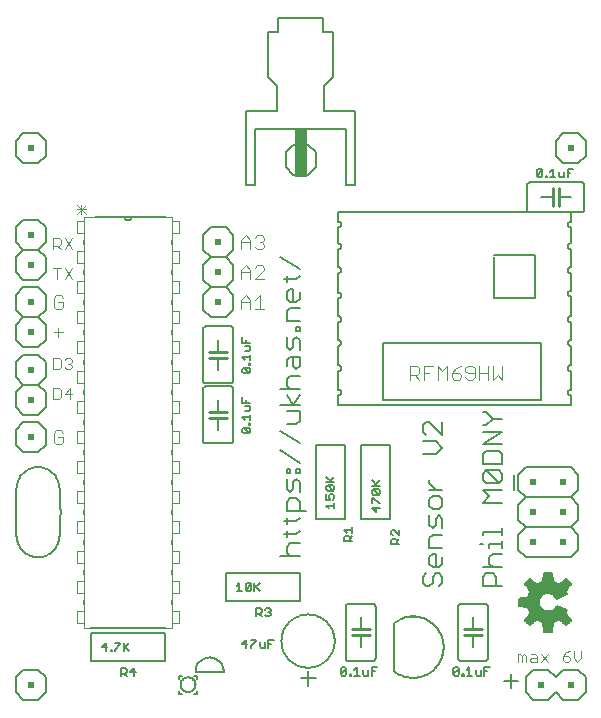
<source format=gto>
G75*
%MOIN*%
%OFA0B0*%
%FSLAX24Y24*%
%IPPOS*%
%LPD*%
%AMOC8*
5,1,8,0,0,1.08239X$1,22.5*
%
%ADD10C,0.0060*%
%ADD11C,0.0030*%
%ADD12C,0.0040*%
%ADD13C,0.0050*%
%ADD14C,0.0080*%
%ADD15R,0.0200X0.0200*%
%ADD16C,0.0000*%
%ADD17C,0.0100*%
%ADD18R,0.0394X0.1604*%
%ADD19C,0.0059*%
D10*
X003420Y003830D02*
X005940Y003830D01*
X006160Y004610D02*
X006160Y004750D01*
X006160Y005610D02*
X006160Y005750D01*
X006160Y006610D02*
X006160Y006750D01*
X006160Y007610D02*
X006160Y007750D01*
X006160Y008610D02*
X006160Y008750D01*
X006160Y009610D02*
X006160Y009750D01*
X006160Y010610D02*
X006160Y010750D01*
X006160Y011610D02*
X006160Y011750D01*
X006160Y012610D02*
X006160Y012750D01*
X006160Y013610D02*
X006160Y013750D01*
X006160Y014610D02*
X006160Y014750D01*
X006160Y015610D02*
X006160Y015750D01*
X006160Y016610D02*
X006160Y016750D01*
X005940Y017530D02*
X004800Y017530D01*
X004560Y017530D01*
X003590Y017530D01*
X003200Y016750D02*
X003200Y016610D01*
X003200Y015750D02*
X003200Y015610D01*
X003200Y014750D02*
X003200Y014610D01*
X003200Y013750D02*
X003200Y013610D01*
X003200Y012750D02*
X003200Y012610D01*
X003200Y011750D02*
X003200Y011610D01*
X003200Y010750D02*
X003200Y010610D01*
X003200Y009750D02*
X003200Y009610D01*
X003200Y008750D02*
X003200Y008610D01*
X003200Y007750D02*
X003200Y007610D01*
X003200Y006750D02*
X003200Y006610D01*
X003200Y005750D02*
X003200Y005610D01*
X003200Y004750D02*
X003200Y004610D01*
X006380Y002230D02*
X006380Y002130D01*
X006380Y002230D02*
X006480Y002230D01*
X006430Y001930D02*
X006432Y001961D01*
X006438Y001992D01*
X006448Y002022D01*
X006461Y002050D01*
X006478Y002077D01*
X006498Y002101D01*
X006521Y002123D01*
X006546Y002141D01*
X006574Y002156D01*
X006603Y002168D01*
X006633Y002176D01*
X006664Y002180D01*
X006696Y002180D01*
X006727Y002176D01*
X006757Y002168D01*
X006786Y002156D01*
X006814Y002141D01*
X006839Y002123D01*
X006862Y002101D01*
X006882Y002077D01*
X006899Y002050D01*
X006912Y002022D01*
X006922Y001992D01*
X006928Y001961D01*
X006930Y001930D01*
X006928Y001899D01*
X006922Y001868D01*
X006912Y001838D01*
X006899Y001810D01*
X006882Y001783D01*
X006862Y001759D01*
X006839Y001737D01*
X006814Y001719D01*
X006786Y001704D01*
X006757Y001692D01*
X006727Y001684D01*
X006696Y001680D01*
X006664Y001680D01*
X006633Y001684D01*
X006603Y001692D01*
X006574Y001704D01*
X006546Y001719D01*
X006521Y001737D01*
X006498Y001759D01*
X006478Y001783D01*
X006461Y001810D01*
X006448Y001838D01*
X006438Y001868D01*
X006432Y001899D01*
X006430Y001930D01*
X006380Y001730D02*
X006380Y001630D01*
X006480Y001630D01*
X006880Y001630D02*
X006980Y001630D01*
X006980Y001730D01*
X006980Y002130D02*
X006980Y002230D01*
X006880Y002230D01*
X010430Y002150D02*
X010930Y002150D01*
X010430Y002150D01*
X010680Y001900D02*
X010680Y002400D01*
X010680Y001900D01*
X011930Y002830D02*
X011930Y004530D01*
X011932Y004547D01*
X011936Y004564D01*
X011943Y004580D01*
X011953Y004594D01*
X011966Y004607D01*
X011980Y004617D01*
X011996Y004624D01*
X012013Y004628D01*
X012030Y004630D01*
X012830Y004630D01*
X012847Y004628D01*
X012864Y004624D01*
X012880Y004617D01*
X012894Y004607D01*
X012907Y004594D01*
X012917Y004580D01*
X012924Y004564D01*
X012928Y004547D01*
X012930Y004530D01*
X012930Y002830D01*
X012928Y002813D01*
X012924Y002796D01*
X012917Y002780D01*
X012907Y002766D01*
X012894Y002753D01*
X012880Y002743D01*
X012864Y002736D01*
X012847Y002732D01*
X012830Y002730D01*
X012030Y002730D01*
X012013Y002732D01*
X011996Y002736D01*
X011980Y002743D01*
X011966Y002753D01*
X011953Y002766D01*
X011943Y002780D01*
X011936Y002796D01*
X011932Y002813D01*
X011930Y002830D01*
X012430Y003180D02*
X012430Y003530D01*
X012430Y003580D01*
X012430Y003780D02*
X012430Y003830D01*
X012430Y004180D01*
X013560Y003990D02*
X013560Y002370D01*
X013560Y003090D02*
X013560Y003250D01*
X013740Y004110D02*
X013798Y004136D01*
X013857Y004157D01*
X013918Y004175D01*
X013979Y004189D01*
X014042Y004199D01*
X014104Y004205D01*
X014168Y004208D01*
X014231Y004207D01*
X014294Y004201D01*
X014356Y004192D01*
X014418Y004179D01*
X014479Y004162D01*
X014539Y004142D01*
X014597Y004118D01*
X014654Y004090D01*
X014709Y004059D01*
X014761Y004024D01*
X014812Y003986D01*
X014860Y003946D01*
X014906Y003902D01*
X014949Y003856D01*
X014989Y003807D01*
X015026Y003755D01*
X015059Y003702D01*
X015090Y003647D01*
X015116Y003589D01*
X015140Y003531D01*
X015159Y003471D01*
X015175Y003409D01*
X015187Y003347D01*
X015195Y003285D01*
X015199Y003222D01*
X015200Y003159D01*
X015196Y003096D01*
X015189Y003033D01*
X015178Y002971D01*
X015162Y002909D01*
X015144Y002849D01*
X015121Y002790D01*
X015095Y002732D01*
X015065Y002677D01*
X015033Y002623D01*
X014996Y002571D01*
X014957Y002522D01*
X014915Y002475D01*
X014870Y002431D01*
X014822Y002389D01*
X014772Y002351D01*
X014719Y002316D01*
X014664Y002284D01*
X014608Y002256D01*
X014550Y002231D01*
X014491Y002210D01*
X014430Y002192D01*
X014368Y002178D01*
X014306Y002168D01*
X014243Y002162D01*
X014180Y002160D01*
X013560Y002370D02*
X013612Y002333D01*
X013665Y002300D01*
X013720Y002269D01*
X013778Y002243D01*
X013836Y002219D01*
X013896Y002200D01*
X013957Y002184D01*
X014019Y002172D01*
X014082Y002164D01*
X014145Y002160D01*
X014208Y002159D01*
X014271Y002163D01*
X014334Y002170D01*
X014396Y002182D01*
X014457Y002197D01*
X014517Y002216D01*
X014576Y002238D01*
X014634Y002264D01*
X014689Y002294D01*
X014743Y002327D01*
X014795Y002363D01*
X014844Y002403D01*
X014891Y002445D01*
X014935Y002490D01*
X014976Y002538D01*
X015014Y002588D01*
X015049Y002641D01*
X015081Y002695D01*
X015109Y002752D01*
X015134Y002810D01*
X015155Y002869D01*
X015172Y002930D01*
X015185Y002992D01*
X015195Y003054D01*
X015201Y003117D01*
X015203Y003180D01*
X015201Y003243D01*
X015195Y003306D01*
X015185Y003368D01*
X015172Y003430D01*
X015155Y003491D01*
X015134Y003550D01*
X015109Y003608D01*
X015081Y003665D01*
X015049Y003719D01*
X015014Y003772D01*
X014976Y003822D01*
X014935Y003870D01*
X014891Y003915D01*
X014844Y003957D01*
X014795Y003997D01*
X014743Y004033D01*
X014689Y004066D01*
X014634Y004096D01*
X014576Y004122D01*
X014517Y004144D01*
X014457Y004163D01*
X014396Y004178D01*
X014334Y004190D01*
X014271Y004197D01*
X014208Y004201D01*
X014145Y004200D01*
X014082Y004196D01*
X014019Y004188D01*
X013957Y004176D01*
X013896Y004160D01*
X013836Y004141D01*
X013778Y004117D01*
X013720Y004091D01*
X013665Y004060D01*
X013612Y004027D01*
X013560Y003990D01*
X013730Y002260D02*
X013784Y002237D01*
X013838Y002217D01*
X013894Y002200D01*
X013950Y002185D01*
X014007Y002174D01*
X014065Y002166D01*
X014122Y002162D01*
X014180Y002160D01*
X015680Y002830D02*
X015680Y004530D01*
X015682Y004547D01*
X015686Y004564D01*
X015693Y004580D01*
X015703Y004594D01*
X015716Y004607D01*
X015730Y004617D01*
X015746Y004624D01*
X015763Y004628D01*
X015780Y004630D01*
X016580Y004630D01*
X016597Y004628D01*
X016614Y004624D01*
X016630Y004617D01*
X016644Y004607D01*
X016657Y004594D01*
X016667Y004580D01*
X016674Y004564D01*
X016678Y004547D01*
X016680Y004530D01*
X016680Y002830D01*
X016678Y002813D01*
X016674Y002796D01*
X016667Y002780D01*
X016657Y002766D01*
X016644Y002753D01*
X016630Y002743D01*
X016614Y002736D01*
X016597Y002732D01*
X016580Y002730D01*
X015780Y002730D01*
X015763Y002732D01*
X015746Y002736D01*
X015730Y002743D01*
X015716Y002753D01*
X015703Y002766D01*
X015693Y002780D01*
X015686Y002796D01*
X015682Y002813D01*
X015680Y002830D01*
X016180Y003180D02*
X016180Y003530D01*
X016180Y003580D01*
X016180Y003780D02*
X016180Y003830D01*
X016180Y004180D01*
X016509Y005210D02*
X016509Y005530D01*
X016616Y005637D01*
X016830Y005637D01*
X016936Y005530D01*
X016936Y005210D01*
X017150Y005210D02*
X016509Y005210D01*
X016509Y005855D02*
X017150Y005855D01*
X017150Y006282D02*
X016830Y006282D01*
X016723Y006175D01*
X016723Y005961D01*
X016830Y005855D01*
X016723Y006499D02*
X016723Y006606D01*
X017150Y006606D01*
X017150Y006499D02*
X017150Y006713D01*
X017150Y006929D02*
X017150Y007142D01*
X017150Y007036D02*
X016509Y007036D01*
X016509Y006929D01*
X016509Y006606D02*
X016403Y006606D01*
X016509Y008003D02*
X016723Y008217D01*
X016509Y008430D01*
X017150Y008430D01*
X017043Y008648D02*
X016616Y009075D01*
X017043Y009075D01*
X017150Y008968D01*
X017150Y008754D01*
X017043Y008648D01*
X016616Y008648D01*
X016509Y008754D01*
X016509Y008968D01*
X016616Y009075D01*
X016509Y009292D02*
X016509Y009612D01*
X016616Y009719D01*
X017043Y009719D01*
X017150Y009612D01*
X017150Y009292D01*
X016509Y009292D01*
X016509Y009937D02*
X017150Y010364D01*
X016509Y010364D01*
X016509Y010581D02*
X016616Y010581D01*
X016830Y010795D01*
X017150Y010795D01*
X016830Y010795D02*
X016616Y011008D01*
X016509Y011008D01*
X016509Y009937D02*
X017150Y009937D01*
X017150Y008003D02*
X016509Y008003D01*
X015150Y007895D02*
X015150Y008108D01*
X015043Y008215D01*
X014830Y008215D01*
X014723Y008108D01*
X014723Y007895D01*
X014830Y007788D01*
X015043Y007788D01*
X015150Y007895D01*
X015043Y007571D02*
X014936Y007464D01*
X014936Y007250D01*
X014830Y007144D01*
X014723Y007250D01*
X014723Y007571D01*
X015043Y007571D02*
X015150Y007464D01*
X015150Y007144D01*
X015150Y006926D02*
X014830Y006926D01*
X014723Y006819D01*
X014723Y006499D01*
X015150Y006499D01*
X014936Y006282D02*
X014936Y005855D01*
X014830Y005855D02*
X014723Y005961D01*
X014723Y006175D01*
X014830Y006282D01*
X014936Y006282D01*
X015150Y006175D02*
X015150Y005961D01*
X015043Y005855D01*
X014830Y005855D01*
X014936Y005637D02*
X015043Y005637D01*
X015150Y005530D01*
X015150Y005317D01*
X015043Y005210D01*
X014830Y005317D02*
X014830Y005530D01*
X014936Y005637D01*
X014616Y005637D02*
X014509Y005530D01*
X014509Y005317D01*
X014616Y005210D01*
X014723Y005210D01*
X014830Y005317D01*
X017444Y002294D02*
X017444Y001827D01*
X017677Y002060D02*
X017210Y002060D01*
X015150Y008433D02*
X014723Y008433D01*
X014723Y008646D02*
X014723Y008753D01*
X014723Y008646D02*
X014936Y008433D01*
X014936Y009614D02*
X014509Y009614D01*
X014509Y010041D02*
X014936Y010041D01*
X015150Y009828D01*
X014936Y009614D01*
X015150Y010259D02*
X014723Y010686D01*
X014616Y010686D01*
X014509Y010579D01*
X014509Y010366D01*
X014616Y010259D01*
X015150Y010259D02*
X015150Y010686D01*
X010614Y007714D02*
X009973Y007714D01*
X009973Y008034D01*
X010080Y008141D01*
X010293Y008141D01*
X010400Y008034D01*
X010400Y007714D01*
X010400Y007498D02*
X010293Y007391D01*
X009866Y007391D01*
X009973Y007284D02*
X009973Y007498D01*
X009973Y007068D02*
X009973Y006855D01*
X009866Y006961D02*
X010293Y006961D01*
X010400Y007068D01*
X010400Y006637D02*
X010080Y006637D01*
X009973Y006530D01*
X009973Y006317D01*
X010080Y006210D01*
X010400Y006210D02*
X009759Y006210D01*
X010080Y008358D02*
X009973Y008465D01*
X009973Y008786D01*
X009973Y009003D02*
X010080Y009003D01*
X010080Y009110D01*
X009973Y009110D01*
X009973Y009003D01*
X010293Y009003D02*
X010400Y009003D01*
X010400Y009110D01*
X010293Y009110D01*
X010293Y009003D01*
X010293Y008786D02*
X010186Y008679D01*
X010186Y008465D01*
X010080Y008358D01*
X010400Y008358D02*
X010400Y008679D01*
X010293Y008786D01*
X010400Y009325D02*
X009759Y009752D01*
X009759Y010397D02*
X010400Y009970D01*
X010293Y010614D02*
X009973Y010614D01*
X010293Y010614D02*
X010400Y010721D01*
X010400Y011041D01*
X009973Y011041D01*
X010186Y011259D02*
X009973Y011579D01*
X010080Y011796D02*
X009973Y011903D01*
X009973Y012116D01*
X010080Y012223D01*
X010400Y012223D01*
X010293Y012441D02*
X010186Y012547D01*
X010186Y012868D01*
X010080Y012868D02*
X010400Y012868D01*
X010400Y012547D01*
X010293Y012441D01*
X009973Y012761D02*
X010080Y012868D01*
X009973Y012761D02*
X009973Y012547D01*
X010080Y013085D02*
X009973Y013192D01*
X009973Y013512D01*
X010186Y013405D02*
X010186Y013192D01*
X010080Y013085D01*
X010400Y013085D02*
X010400Y013405D01*
X010293Y013512D01*
X010186Y013405D01*
X010293Y013730D02*
X010293Y013837D01*
X010400Y013837D01*
X010400Y013730D01*
X010293Y013730D01*
X010400Y014052D02*
X009973Y014052D01*
X009973Y014372D01*
X010080Y014479D01*
X010400Y014479D01*
X010293Y014697D02*
X010080Y014697D01*
X009973Y014803D01*
X009973Y015017D01*
X010080Y015124D01*
X010186Y015124D01*
X010186Y014697D01*
X010293Y014697D02*
X010400Y014803D01*
X010400Y015017D01*
X010293Y015448D02*
X009866Y015448D01*
X009973Y015341D02*
X009973Y015555D01*
X010293Y015448D02*
X010400Y015555D01*
X010400Y015771D02*
X009759Y016198D01*
X008080Y013880D02*
X007280Y013880D01*
X007263Y013878D01*
X007246Y013874D01*
X007230Y013867D01*
X007216Y013857D01*
X007203Y013844D01*
X007193Y013830D01*
X007186Y013814D01*
X007182Y013797D01*
X007180Y013780D01*
X007180Y012080D01*
X007182Y012063D01*
X007186Y012046D01*
X007193Y012030D01*
X007203Y012016D01*
X007216Y012003D01*
X007230Y011993D01*
X007246Y011986D01*
X007263Y011982D01*
X007280Y011980D01*
X008080Y011980D01*
X008097Y011982D01*
X008114Y011986D01*
X008130Y011993D01*
X008144Y012003D01*
X008157Y012016D01*
X008167Y012030D01*
X008174Y012046D01*
X008178Y012063D01*
X008180Y012080D01*
X008180Y013780D01*
X008178Y013797D01*
X008174Y013814D01*
X008167Y013830D01*
X008157Y013844D01*
X008144Y013857D01*
X008130Y013867D01*
X008114Y013874D01*
X008097Y013878D01*
X008080Y013880D01*
X007680Y013430D02*
X007680Y013080D01*
X007680Y013030D01*
X007680Y012830D02*
X007680Y012780D01*
X007680Y012430D01*
X007280Y011880D02*
X008080Y011880D01*
X008097Y011878D01*
X008114Y011874D01*
X008130Y011867D01*
X008144Y011857D01*
X008157Y011844D01*
X008167Y011830D01*
X008174Y011814D01*
X008178Y011797D01*
X008180Y011780D01*
X008180Y010080D01*
X008178Y010063D01*
X008174Y010046D01*
X008167Y010030D01*
X008157Y010016D01*
X008144Y010003D01*
X008130Y009993D01*
X008114Y009986D01*
X008097Y009982D01*
X008080Y009980D01*
X007280Y009980D01*
X007263Y009982D01*
X007246Y009986D01*
X007230Y009993D01*
X007216Y010003D01*
X007203Y010016D01*
X007193Y010030D01*
X007186Y010046D01*
X007182Y010063D01*
X007180Y010080D01*
X007180Y011780D01*
X007182Y011797D01*
X007186Y011814D01*
X007193Y011830D01*
X007203Y011844D01*
X007216Y011857D01*
X007230Y011867D01*
X007246Y011874D01*
X007263Y011878D01*
X007280Y011880D01*
X007680Y011430D02*
X007680Y011080D01*
X007680Y011030D01*
X007680Y010830D02*
X007680Y010780D01*
X007680Y010430D01*
X009759Y011259D02*
X010400Y011259D01*
X010186Y011259D02*
X010400Y011579D01*
X010400Y011796D02*
X009759Y011796D01*
X004800Y017530D02*
X004798Y017509D01*
X004793Y017489D01*
X004784Y017470D01*
X004772Y017453D01*
X004757Y017438D01*
X004740Y017426D01*
X004721Y017417D01*
X004701Y017412D01*
X004680Y017410D01*
X004659Y017412D01*
X004639Y017417D01*
X004620Y017426D01*
X004603Y017438D01*
X004588Y017453D01*
X004576Y017470D01*
X004567Y017489D01*
X004562Y017509D01*
X004560Y017530D01*
X010680Y004270D02*
X010622Y004268D01*
X010564Y004262D01*
X010507Y004253D01*
X010451Y004240D01*
X010396Y004223D01*
X010341Y004203D01*
X010289Y004179D01*
X010238Y004151D01*
X010188Y004121D01*
X010141Y004087D01*
X010096Y004050D01*
X010054Y004011D01*
X010015Y003969D01*
X009978Y003924D01*
X009944Y003877D01*
X009914Y003828D01*
X009886Y003776D01*
X009862Y003724D01*
X009842Y003669D01*
X009825Y003614D01*
X009812Y003558D01*
X009803Y003501D01*
X009797Y003443D01*
X009795Y003385D01*
X009797Y003327D01*
X009803Y003269D01*
X009812Y003212D01*
X009825Y003156D01*
X009842Y003101D01*
X009862Y003046D01*
X009886Y002994D01*
X009914Y002943D01*
X009944Y002893D01*
X009978Y002846D01*
X010015Y002801D01*
X010054Y002759D01*
X010096Y002720D01*
X010141Y002683D01*
X010188Y002649D01*
X010237Y002619D01*
X010289Y002591D01*
X010341Y002567D01*
X010396Y002547D01*
X010451Y002530D01*
X010507Y002517D01*
X010564Y002508D01*
X010622Y002502D01*
X010680Y002500D01*
X010738Y002502D01*
X010796Y002508D01*
X010853Y002517D01*
X010909Y002530D01*
X010964Y002547D01*
X011019Y002567D01*
X011071Y002591D01*
X011123Y002619D01*
X011172Y002649D01*
X011219Y002683D01*
X011264Y002720D01*
X011306Y002759D01*
X011345Y002801D01*
X011382Y002846D01*
X011416Y002893D01*
X011446Y002943D01*
X011474Y002994D01*
X011498Y003046D01*
X011518Y003101D01*
X011535Y003156D01*
X011548Y003212D01*
X011557Y003269D01*
X011563Y003327D01*
X011565Y003385D01*
X011563Y003443D01*
X011557Y003501D01*
X011548Y003558D01*
X011535Y003614D01*
X011518Y003669D01*
X011498Y003724D01*
X011474Y003776D01*
X011446Y003828D01*
X011416Y003877D01*
X011382Y003924D01*
X011345Y003969D01*
X011306Y004011D01*
X011264Y004050D01*
X011219Y004087D01*
X011172Y004121D01*
X011122Y004151D01*
X011071Y004179D01*
X011019Y004203D01*
X010964Y004223D01*
X010909Y004240D01*
X010853Y004253D01*
X010796Y004262D01*
X010738Y004268D01*
X010680Y004270D01*
X010622Y004268D01*
X010564Y004262D01*
X010507Y004253D01*
X010451Y004240D01*
X010396Y004223D01*
X010341Y004203D01*
X010289Y004179D01*
X010238Y004151D01*
X010188Y004121D01*
X010141Y004087D01*
X010096Y004050D01*
X010054Y004011D01*
X010015Y003969D01*
X009978Y003924D01*
X009944Y003877D01*
X009914Y003828D01*
X009886Y003776D01*
X009862Y003724D01*
X009842Y003669D01*
X009825Y003614D01*
X009812Y003558D01*
X009803Y003501D01*
X009797Y003443D01*
X009795Y003385D01*
X009797Y003327D01*
X009803Y003269D01*
X009812Y003212D01*
X009825Y003156D01*
X009842Y003101D01*
X009862Y003046D01*
X009886Y002994D01*
X009914Y002943D01*
X009944Y002893D01*
X009978Y002846D01*
X010015Y002801D01*
X010054Y002759D01*
X010096Y002720D01*
X010141Y002683D01*
X010188Y002649D01*
X010237Y002619D01*
X010289Y002591D01*
X010341Y002567D01*
X010396Y002547D01*
X010451Y002530D01*
X010507Y002517D01*
X010564Y002508D01*
X010622Y002502D01*
X010680Y002500D01*
X010738Y002502D01*
X010796Y002508D01*
X010853Y002517D01*
X010909Y002530D01*
X010964Y002547D01*
X011019Y002567D01*
X011071Y002591D01*
X011123Y002619D01*
X011172Y002649D01*
X011219Y002683D01*
X011264Y002720D01*
X011306Y002759D01*
X011345Y002801D01*
X011382Y002846D01*
X011416Y002893D01*
X011446Y002943D01*
X011474Y002994D01*
X011498Y003046D01*
X011518Y003101D01*
X011535Y003156D01*
X011548Y003212D01*
X011557Y003269D01*
X011563Y003327D01*
X011565Y003385D01*
X011563Y003443D01*
X011557Y003501D01*
X011548Y003558D01*
X011535Y003614D01*
X011518Y003669D01*
X011498Y003724D01*
X011474Y003776D01*
X011446Y003828D01*
X011416Y003877D01*
X011382Y003924D01*
X011345Y003969D01*
X011306Y004011D01*
X011264Y004050D01*
X011219Y004087D01*
X011172Y004121D01*
X011122Y004151D01*
X011071Y004179D01*
X011019Y004203D01*
X010964Y004223D01*
X010909Y004240D01*
X010853Y004253D01*
X010796Y004262D01*
X010738Y004268D01*
X010680Y004270D01*
X018080Y017680D02*
X019780Y017680D01*
X019797Y017682D01*
X019814Y017686D01*
X019830Y017693D01*
X019844Y017703D01*
X019857Y017716D01*
X019867Y017730D01*
X019874Y017746D01*
X019878Y017763D01*
X019880Y017780D01*
X019880Y018580D01*
X019878Y018597D01*
X019874Y018614D01*
X019867Y018630D01*
X019857Y018644D01*
X019844Y018657D01*
X019830Y018667D01*
X019814Y018674D01*
X019797Y018678D01*
X019780Y018680D01*
X018080Y018680D01*
X018063Y018678D01*
X018046Y018674D01*
X018030Y018667D01*
X018016Y018657D01*
X018003Y018644D01*
X017993Y018630D01*
X017986Y018614D01*
X017982Y018597D01*
X017980Y018580D01*
X017980Y017780D01*
X017982Y017763D01*
X017986Y017746D01*
X017993Y017730D01*
X018003Y017716D01*
X018016Y017703D01*
X018030Y017693D01*
X018046Y017686D01*
X018063Y017682D01*
X018080Y017680D01*
X018430Y018180D02*
X018780Y018180D01*
X018830Y018180D01*
X019030Y018180D02*
X019080Y018180D01*
X019430Y018180D01*
D11*
X019415Y003065D02*
X019292Y003004D01*
X019168Y002880D01*
X019353Y002880D01*
X019415Y002818D01*
X019415Y002757D01*
X019353Y002695D01*
X019230Y002695D01*
X019168Y002757D01*
X019168Y002880D01*
X019537Y002818D02*
X019660Y002695D01*
X019783Y002818D01*
X019783Y003065D01*
X019537Y003065D02*
X019537Y002818D01*
X018679Y002695D02*
X018432Y002942D01*
X018310Y002880D02*
X018310Y002695D01*
X018125Y002695D01*
X018063Y002757D01*
X018125Y002818D01*
X018310Y002818D01*
X018310Y002880D02*
X018248Y002942D01*
X018125Y002942D01*
X017942Y002880D02*
X017942Y002695D01*
X017818Y002695D02*
X017818Y002880D01*
X017880Y002942D01*
X017942Y002880D01*
X017818Y002880D02*
X017757Y002942D01*
X017695Y002942D01*
X017695Y002695D01*
X018432Y002695D02*
X018679Y002942D01*
X003279Y017613D02*
X002965Y017927D01*
X003279Y017613D01*
X003122Y017613D02*
X003122Y017927D01*
X003122Y017613D01*
X002965Y017613D02*
X003279Y017927D01*
X002965Y017613D01*
X002965Y017770D02*
X003279Y017770D01*
X002965Y017770D01*
X002810Y016815D02*
X002563Y016445D01*
X002442Y016445D02*
X002318Y016568D01*
X002380Y016568D02*
X002195Y016568D01*
X002195Y016445D02*
X002195Y016815D01*
X002380Y016815D01*
X002442Y016754D01*
X002442Y016630D01*
X002380Y016568D01*
X002563Y016815D02*
X002810Y016445D01*
X002810Y015815D02*
X002563Y015445D01*
X002318Y015445D02*
X002318Y015815D01*
X002195Y015815D02*
X002442Y015815D01*
X002563Y015815D02*
X002810Y015445D01*
X002748Y012815D02*
X002810Y012754D01*
X002810Y012692D01*
X002748Y012630D01*
X002810Y012568D01*
X002810Y012507D01*
X002748Y012445D01*
X002625Y012445D01*
X002563Y012507D01*
X002442Y012507D02*
X002442Y012754D01*
X002380Y012815D01*
X002195Y012815D01*
X002195Y012445D01*
X002380Y012445D01*
X002442Y012507D01*
X002687Y012630D02*
X002748Y012630D01*
X002748Y012815D02*
X002625Y012815D01*
X002563Y012754D01*
X002380Y011815D02*
X002195Y011815D01*
X002195Y011445D01*
X002380Y011445D01*
X002442Y011507D01*
X002442Y011754D01*
X002380Y011815D01*
X002563Y011630D02*
X002810Y011630D01*
X002748Y011445D02*
X002748Y011815D01*
X002563Y011630D01*
D12*
X002430Y010410D02*
X002277Y010410D01*
X002200Y010334D01*
X002200Y010027D01*
X002277Y009950D01*
X002430Y009950D01*
X002507Y010027D01*
X002507Y010180D01*
X002353Y010180D01*
X002507Y010334D02*
X002430Y010410D01*
X002353Y013527D02*
X002353Y013834D01*
X002200Y013680D02*
X002507Y013680D01*
X002430Y014450D02*
X002277Y014450D01*
X002200Y014527D01*
X002200Y014834D01*
X002277Y014910D01*
X002430Y014910D01*
X002507Y014834D01*
X002507Y014680D02*
X002353Y014680D01*
X002507Y014680D02*
X002507Y014527D01*
X002430Y014450D01*
X008450Y014450D02*
X008450Y014757D01*
X008603Y014910D01*
X008757Y014757D01*
X008757Y014450D01*
X008910Y014450D02*
X009217Y014450D01*
X009064Y014450D02*
X009064Y014910D01*
X008910Y014757D01*
X008757Y014680D02*
X008450Y014680D01*
X008450Y015450D02*
X008450Y015757D01*
X008603Y015910D01*
X008757Y015757D01*
X008757Y015450D01*
X008910Y015450D02*
X009217Y015757D01*
X009217Y015834D01*
X009141Y015910D01*
X008987Y015910D01*
X008910Y015834D01*
X008757Y015680D02*
X008450Y015680D01*
X008910Y015450D02*
X009217Y015450D01*
X009141Y016450D02*
X008987Y016450D01*
X008910Y016527D01*
X008757Y016450D02*
X008757Y016757D01*
X008603Y016910D01*
X008450Y016757D01*
X008450Y016450D01*
X008450Y016680D02*
X008757Y016680D01*
X008910Y016834D02*
X008987Y016910D01*
X009141Y016910D01*
X009217Y016834D01*
X009217Y016757D01*
X009141Y016680D01*
X009217Y016603D01*
X009217Y016527D01*
X009141Y016450D01*
X009141Y016680D02*
X009064Y016680D01*
X014086Y012555D02*
X014086Y012094D01*
X014086Y012248D02*
X014316Y012248D01*
X014392Y012324D01*
X014392Y012478D01*
X014316Y012555D01*
X014086Y012555D01*
X014239Y012248D02*
X014392Y012094D01*
X014546Y012094D02*
X014546Y012555D01*
X014853Y012555D01*
X015006Y012555D02*
X015160Y012401D01*
X015313Y012555D01*
X015313Y012094D01*
X015467Y012171D02*
X015543Y012094D01*
X015697Y012094D01*
X015774Y012171D01*
X015774Y012248D01*
X015697Y012324D01*
X015467Y012324D01*
X015467Y012171D01*
X015467Y012324D02*
X015620Y012478D01*
X015774Y012555D01*
X015927Y012478D02*
X015927Y012401D01*
X016004Y012324D01*
X016234Y012324D01*
X016234Y012171D02*
X016234Y012478D01*
X016157Y012555D01*
X016004Y012555D01*
X015927Y012478D01*
X015927Y012171D02*
X016004Y012094D01*
X016157Y012094D01*
X016234Y012171D01*
X016387Y012094D02*
X016387Y012555D01*
X016387Y012324D02*
X016694Y012324D01*
X016694Y012094D02*
X016694Y012555D01*
X016848Y012555D02*
X016848Y012094D01*
X017001Y012248D01*
X017155Y012094D01*
X017155Y012555D01*
X015006Y012555D02*
X015006Y012094D01*
X014699Y012324D02*
X014546Y012324D01*
D13*
X013180Y011430D02*
X018430Y011430D01*
X018430Y013305D01*
X013180Y013305D01*
X013180Y011430D01*
X011693Y011570D02*
X011693Y011256D01*
X019430Y011256D01*
X019430Y011570D01*
X019412Y011572D01*
X019395Y011577D01*
X019378Y011585D01*
X019364Y011596D01*
X019352Y011609D01*
X019342Y011624D01*
X019336Y011641D01*
X019332Y011659D01*
X019332Y011677D01*
X019336Y011695D01*
X019342Y011712D01*
X019352Y011727D01*
X019364Y011740D01*
X019378Y011751D01*
X019395Y011759D01*
X019412Y011764D01*
X019430Y011766D01*
X019430Y011767D02*
X019430Y012382D01*
X019430Y012383D02*
X019412Y012385D01*
X019395Y012390D01*
X019378Y012398D01*
X019364Y012409D01*
X019352Y012422D01*
X019342Y012437D01*
X019336Y012454D01*
X019332Y012472D01*
X019332Y012490D01*
X019336Y012508D01*
X019342Y012525D01*
X019352Y012540D01*
X019364Y012553D01*
X019378Y012564D01*
X019395Y012572D01*
X019412Y012577D01*
X019430Y012579D01*
X019430Y013232D01*
X019430Y013233D02*
X019412Y013235D01*
X019395Y013240D01*
X019378Y013248D01*
X019364Y013259D01*
X019352Y013272D01*
X019342Y013287D01*
X019336Y013304D01*
X019332Y013322D01*
X019332Y013340D01*
X019336Y013358D01*
X019342Y013375D01*
X019352Y013390D01*
X019364Y013403D01*
X019378Y013414D01*
X019395Y013422D01*
X019412Y013427D01*
X019430Y013429D01*
X019430Y014020D01*
X019412Y014022D01*
X019395Y014027D01*
X019378Y014035D01*
X019364Y014046D01*
X019352Y014059D01*
X019342Y014074D01*
X019336Y014091D01*
X019332Y014109D01*
X019332Y014127D01*
X019336Y014145D01*
X019342Y014162D01*
X019352Y014177D01*
X019364Y014190D01*
X019378Y014201D01*
X019395Y014209D01*
X019412Y014214D01*
X019430Y014216D01*
X019430Y014869D01*
X019430Y014870D02*
X019412Y014872D01*
X019395Y014877D01*
X019378Y014885D01*
X019364Y014896D01*
X019352Y014909D01*
X019342Y014924D01*
X019336Y014941D01*
X019332Y014959D01*
X019332Y014977D01*
X019336Y014995D01*
X019342Y015012D01*
X019352Y015027D01*
X019364Y015040D01*
X019378Y015051D01*
X019395Y015059D01*
X019412Y015064D01*
X019430Y015066D01*
X019430Y015657D01*
X019412Y015659D01*
X019395Y015664D01*
X019378Y015672D01*
X019364Y015683D01*
X019352Y015696D01*
X019342Y015711D01*
X019336Y015728D01*
X019332Y015746D01*
X019332Y015764D01*
X019336Y015782D01*
X019342Y015799D01*
X019352Y015814D01*
X019364Y015827D01*
X019378Y015838D01*
X019395Y015846D01*
X019412Y015851D01*
X019430Y015853D01*
X019430Y015854D02*
X019430Y016444D01*
X019430Y016445D02*
X019412Y016447D01*
X019395Y016452D01*
X019378Y016460D01*
X019364Y016471D01*
X019352Y016484D01*
X019342Y016499D01*
X019336Y016516D01*
X019332Y016534D01*
X019332Y016552D01*
X019336Y016570D01*
X019342Y016587D01*
X019352Y016602D01*
X019364Y016615D01*
X019378Y016626D01*
X019395Y016634D01*
X019412Y016639D01*
X019430Y016641D01*
X019430Y017169D01*
X019430Y017170D02*
X019412Y017172D01*
X019395Y017177D01*
X019378Y017185D01*
X019364Y017196D01*
X019352Y017209D01*
X019342Y017224D01*
X019336Y017241D01*
X019332Y017259D01*
X019332Y017277D01*
X019336Y017295D01*
X019342Y017312D01*
X019352Y017327D01*
X019364Y017340D01*
X019378Y017351D01*
X019395Y017359D01*
X019412Y017364D01*
X019430Y017366D01*
X019430Y017680D01*
X011693Y017680D01*
X011693Y017366D01*
X011711Y017364D01*
X011728Y017359D01*
X011745Y017351D01*
X011759Y017340D01*
X011771Y017327D01*
X011781Y017312D01*
X011787Y017295D01*
X011791Y017277D01*
X011791Y017259D01*
X011787Y017241D01*
X011781Y017224D01*
X011771Y017209D01*
X011759Y017196D01*
X011745Y017185D01*
X011728Y017177D01*
X011711Y017172D01*
X011693Y017170D01*
X011693Y017169D02*
X011693Y016641D01*
X011711Y016639D01*
X011728Y016634D01*
X011745Y016626D01*
X011759Y016615D01*
X011771Y016602D01*
X011781Y016587D01*
X011787Y016570D01*
X011791Y016552D01*
X011791Y016534D01*
X011787Y016516D01*
X011781Y016499D01*
X011771Y016484D01*
X011759Y016471D01*
X011745Y016460D01*
X011728Y016452D01*
X011711Y016447D01*
X011693Y016445D01*
X011693Y016444D02*
X011693Y015854D01*
X011693Y015853D02*
X011711Y015851D01*
X011728Y015846D01*
X011745Y015838D01*
X011759Y015827D01*
X011771Y015814D01*
X011781Y015799D01*
X011787Y015782D01*
X011791Y015764D01*
X011791Y015746D01*
X011787Y015728D01*
X011781Y015711D01*
X011771Y015696D01*
X011759Y015683D01*
X011745Y015672D01*
X011728Y015664D01*
X011711Y015659D01*
X011693Y015657D01*
X011693Y015004D01*
X011693Y015003D02*
X011711Y015001D01*
X011728Y014996D01*
X011745Y014988D01*
X011759Y014977D01*
X011771Y014964D01*
X011781Y014949D01*
X011787Y014932D01*
X011791Y014914D01*
X011791Y014896D01*
X011787Y014878D01*
X011781Y014861D01*
X011771Y014846D01*
X011759Y014833D01*
X011745Y014822D01*
X011728Y014814D01*
X011711Y014809D01*
X011693Y014807D01*
X011693Y014216D01*
X011711Y014214D01*
X011728Y014209D01*
X011745Y014201D01*
X011759Y014190D01*
X011771Y014177D01*
X011781Y014162D01*
X011787Y014145D01*
X011791Y014127D01*
X011791Y014109D01*
X011787Y014091D01*
X011781Y014074D01*
X011771Y014059D01*
X011759Y014046D01*
X011745Y014035D01*
X011728Y014027D01*
X011711Y014022D01*
X011693Y014020D01*
X011693Y013429D01*
X011711Y013427D01*
X011728Y013422D01*
X011745Y013414D01*
X011759Y013403D01*
X011771Y013390D01*
X011781Y013375D01*
X011787Y013358D01*
X011791Y013340D01*
X011791Y013322D01*
X011787Y013304D01*
X011781Y013287D01*
X011771Y013272D01*
X011759Y013259D01*
X011745Y013248D01*
X011728Y013240D01*
X011711Y013235D01*
X011693Y013233D01*
X011693Y013232D02*
X011693Y012579D01*
X011711Y012577D01*
X011728Y012572D01*
X011745Y012564D01*
X011759Y012553D01*
X011771Y012540D01*
X011781Y012525D01*
X011787Y012508D01*
X011791Y012490D01*
X011791Y012472D01*
X011787Y012454D01*
X011781Y012437D01*
X011771Y012422D01*
X011759Y012409D01*
X011745Y012398D01*
X011728Y012390D01*
X011711Y012385D01*
X011693Y012383D01*
X011693Y012382D02*
X011693Y011767D01*
X011693Y011766D02*
X011711Y011764D01*
X011728Y011759D01*
X011745Y011751D01*
X011759Y011740D01*
X011771Y011727D01*
X011781Y011712D01*
X011787Y011695D01*
X011791Y011677D01*
X011791Y011659D01*
X011787Y011641D01*
X011781Y011624D01*
X011771Y011609D01*
X011759Y011596D01*
X011745Y011585D01*
X011728Y011577D01*
X011711Y011572D01*
X011693Y011570D01*
X011555Y008869D02*
X011420Y008734D01*
X011465Y008689D02*
X011285Y008869D01*
X011285Y008689D02*
X011555Y008689D01*
X011510Y008574D02*
X011555Y008529D01*
X011555Y008439D01*
X011510Y008394D01*
X011330Y008574D01*
X011510Y008574D01*
X011510Y008394D02*
X011330Y008394D01*
X011285Y008439D01*
X011285Y008529D01*
X011330Y008574D01*
X011285Y008280D02*
X011285Y008100D01*
X011420Y008100D01*
X011375Y008190D01*
X011375Y008235D01*
X011420Y008280D01*
X011510Y008280D01*
X011555Y008235D01*
X011555Y008145D01*
X011510Y008100D01*
X011555Y007985D02*
X011555Y007805D01*
X011555Y007895D02*
X011285Y007895D01*
X011375Y007805D01*
X011885Y007090D02*
X012155Y007090D01*
X012155Y007000D02*
X012155Y007180D01*
X011975Y007000D02*
X011885Y007090D01*
X011930Y006885D02*
X012020Y006885D01*
X012065Y006840D01*
X012065Y006705D01*
X012155Y006705D02*
X011885Y006705D01*
X011885Y006840D01*
X011930Y006885D01*
X012065Y006795D02*
X012155Y006885D01*
X012940Y007676D02*
X012805Y007812D01*
X013075Y007812D01*
X012940Y007857D02*
X012940Y007676D01*
X013030Y007971D02*
X013075Y007971D01*
X013030Y007971D02*
X012850Y008151D01*
X012805Y008151D01*
X012805Y007971D01*
X012850Y008266D02*
X012805Y008311D01*
X012805Y008401D01*
X012850Y008446D01*
X013030Y008266D01*
X013075Y008311D01*
X013075Y008401D01*
X013030Y008446D01*
X012850Y008446D01*
X012805Y008560D02*
X013075Y008560D01*
X012985Y008560D02*
X012805Y008741D01*
X012940Y008605D02*
X013075Y008741D01*
X013030Y008266D02*
X012850Y008266D01*
X013500Y007091D02*
X013455Y007045D01*
X013455Y006955D01*
X013500Y006910D01*
X013500Y006796D02*
X013455Y006751D01*
X013455Y006616D01*
X013725Y006616D01*
X013635Y006616D02*
X013635Y006751D01*
X013590Y006796D01*
X013500Y006796D01*
X013635Y006706D02*
X013725Y006796D01*
X013725Y006910D02*
X013545Y007091D01*
X013500Y007091D01*
X013725Y007091D02*
X013725Y006910D01*
X012991Y002505D02*
X012810Y002505D01*
X012810Y002235D01*
X012696Y002235D02*
X012696Y002415D01*
X012810Y002370D02*
X012900Y002370D01*
X012696Y002235D02*
X012561Y002235D01*
X012516Y002280D01*
X012516Y002415D01*
X012401Y002235D02*
X012221Y002235D01*
X012311Y002235D02*
X012311Y002505D01*
X012221Y002415D01*
X012119Y002280D02*
X012119Y002235D01*
X012074Y002235D01*
X012074Y002280D01*
X012119Y002280D01*
X011959Y002280D02*
X011959Y002460D01*
X011779Y002280D01*
X011824Y002235D01*
X011914Y002235D01*
X011959Y002280D01*
X011779Y002280D02*
X011779Y002460D01*
X011824Y002505D01*
X011914Y002505D01*
X011959Y002460D01*
X009539Y003435D02*
X009359Y003435D01*
X009359Y003165D01*
X009244Y003165D02*
X009244Y003345D01*
X009359Y003300D02*
X009449Y003300D01*
X009244Y003165D02*
X009109Y003165D01*
X009064Y003210D01*
X009064Y003345D01*
X008950Y003390D02*
X008950Y003435D01*
X008770Y003435D01*
X008610Y003435D02*
X008610Y003165D01*
X008655Y003300D02*
X008475Y003300D01*
X008610Y003435D01*
X008770Y003210D02*
X008770Y003165D01*
X008770Y003210D02*
X008950Y003390D01*
X008955Y004205D02*
X008955Y004475D01*
X009090Y004475D01*
X009135Y004430D01*
X009135Y004340D01*
X009090Y004295D01*
X008955Y004295D01*
X009045Y004295D02*
X009135Y004205D01*
X009250Y004250D02*
X009295Y004205D01*
X009385Y004205D01*
X009430Y004250D01*
X009430Y004295D01*
X009385Y004340D01*
X009340Y004340D01*
X009385Y004340D02*
X009430Y004385D01*
X009430Y004430D01*
X009385Y004475D01*
X009295Y004475D01*
X009250Y004430D01*
X009074Y005055D02*
X008939Y005190D01*
X008894Y005145D02*
X009074Y005325D01*
X008894Y005325D02*
X008894Y005055D01*
X008780Y005100D02*
X008735Y005055D01*
X008645Y005055D01*
X008600Y005100D01*
X008780Y005280D01*
X008780Y005100D01*
X008780Y005280D02*
X008735Y005325D01*
X008645Y005325D01*
X008600Y005280D01*
X008600Y005100D01*
X008485Y005055D02*
X008305Y005055D01*
X008395Y005055D02*
X008395Y005325D01*
X008305Y005235D01*
X007868Y002368D02*
X006930Y002368D01*
X006932Y002410D01*
X006938Y002452D01*
X006947Y002493D01*
X006960Y002533D01*
X006976Y002571D01*
X006996Y002609D01*
X007020Y002644D01*
X007046Y002677D01*
X007075Y002707D01*
X007107Y002735D01*
X007141Y002759D01*
X007177Y002781D01*
X007215Y002799D01*
X007254Y002814D01*
X007295Y002825D01*
X007336Y002833D01*
X007378Y002837D01*
X007420Y002837D01*
X007462Y002833D01*
X007503Y002825D01*
X007544Y002814D01*
X007583Y002799D01*
X007621Y002781D01*
X007657Y002759D01*
X007691Y002735D01*
X007723Y002707D01*
X007752Y002677D01*
X007778Y002644D01*
X007802Y002609D01*
X007822Y002571D01*
X007838Y002533D01*
X007851Y002493D01*
X007860Y002452D01*
X007866Y002410D01*
X007868Y002368D01*
X004930Y002340D02*
X004750Y002340D01*
X004885Y002475D01*
X004885Y002205D01*
X004635Y002205D02*
X004545Y002295D01*
X004590Y002295D02*
X004455Y002295D01*
X004455Y002205D02*
X004455Y002475D01*
X004590Y002475D01*
X004635Y002430D01*
X004635Y002340D01*
X004590Y002295D01*
X004542Y003055D02*
X004542Y003325D01*
X004427Y003325D02*
X004427Y003280D01*
X004247Y003100D01*
X004247Y003055D01*
X004145Y003055D02*
X004100Y003055D01*
X004100Y003100D01*
X004145Y003100D01*
X004145Y003055D01*
X003940Y003055D02*
X003940Y003325D01*
X003805Y003190D01*
X003985Y003190D01*
X004247Y003325D02*
X004427Y003325D01*
X004587Y003190D02*
X004722Y003055D01*
X004542Y003145D02*
X004722Y003325D01*
X008530Y010305D02*
X008485Y010350D01*
X008485Y010440D01*
X008530Y010485D01*
X008710Y010305D01*
X008755Y010350D01*
X008755Y010440D01*
X008710Y010485D01*
X008530Y010485D01*
X008530Y010305D02*
X008710Y010305D01*
X008710Y010600D02*
X008710Y010645D01*
X008755Y010645D01*
X008755Y010600D01*
X008710Y010600D01*
X008755Y010747D02*
X008755Y010927D01*
X008755Y010837D02*
X008485Y010837D01*
X008575Y010747D01*
X008575Y011042D02*
X008710Y011042D01*
X008755Y011087D01*
X008755Y011222D01*
X008575Y011222D01*
X008620Y011336D02*
X008620Y011426D01*
X008755Y011336D02*
X008485Y011336D01*
X008485Y011516D01*
X008530Y012305D02*
X008485Y012350D01*
X008485Y012440D01*
X008530Y012485D01*
X008710Y012305D01*
X008755Y012350D01*
X008755Y012440D01*
X008710Y012485D01*
X008530Y012485D01*
X008530Y012305D02*
X008710Y012305D01*
X008710Y012600D02*
X008710Y012645D01*
X008755Y012645D01*
X008755Y012600D01*
X008710Y012600D01*
X008755Y012747D02*
X008755Y012927D01*
X008755Y012837D02*
X008485Y012837D01*
X008575Y012747D01*
X008575Y013042D02*
X008710Y013042D01*
X008755Y013087D01*
X008755Y013222D01*
X008575Y013222D01*
X008620Y013336D02*
X008620Y013426D01*
X008755Y013336D02*
X008485Y013336D01*
X008485Y013516D01*
X016868Y014805D02*
X018243Y014805D01*
X018243Y016243D01*
X016868Y016243D01*
X016868Y016180D02*
X016868Y014805D01*
X018350Y018855D02*
X018305Y018900D01*
X018485Y019080D01*
X018485Y018900D01*
X018440Y018855D01*
X018350Y018855D01*
X018305Y018900D02*
X018305Y019080D01*
X018350Y019125D01*
X018440Y019125D01*
X018485Y019080D01*
X018600Y018900D02*
X018645Y018900D01*
X018645Y018855D01*
X018600Y018855D01*
X018600Y018900D01*
X018747Y018855D02*
X018927Y018855D01*
X018837Y018855D02*
X018837Y019125D01*
X018747Y019035D01*
X019042Y019035D02*
X019042Y018900D01*
X019087Y018855D01*
X019222Y018855D01*
X019222Y019035D01*
X019336Y018990D02*
X019426Y018990D01*
X019336Y018855D02*
X019336Y019125D01*
X019516Y019125D01*
X016741Y002505D02*
X016560Y002505D01*
X016560Y002235D01*
X016446Y002235D02*
X016446Y002415D01*
X016560Y002370D02*
X016650Y002370D01*
X016446Y002235D02*
X016311Y002235D01*
X016266Y002280D01*
X016266Y002415D01*
X016151Y002235D02*
X015971Y002235D01*
X016061Y002235D02*
X016061Y002505D01*
X015971Y002415D01*
X015869Y002280D02*
X015869Y002235D01*
X015824Y002235D01*
X015824Y002280D01*
X015869Y002280D01*
X015709Y002280D02*
X015709Y002460D01*
X015529Y002280D01*
X015574Y002235D01*
X015664Y002235D01*
X015709Y002280D01*
X015529Y002280D02*
X015529Y002460D01*
X015574Y002505D01*
X015664Y002505D01*
X015709Y002460D01*
D14*
X001680Y001430D02*
X001180Y001430D01*
X000930Y001680D01*
X000930Y002180D01*
X001180Y002430D01*
X001680Y002430D01*
X001930Y002180D01*
X001930Y001680D01*
X001680Y001430D01*
X003440Y002708D02*
X005920Y002708D01*
X005920Y003652D01*
X003440Y003652D01*
X003440Y002708D01*
X002380Y006780D02*
X002370Y006728D01*
X002356Y006677D01*
X002338Y006627D01*
X002317Y006579D01*
X002292Y006532D01*
X002264Y006488D01*
X002232Y006445D01*
X002198Y006405D01*
X002160Y006368D01*
X002120Y006334D01*
X002078Y006302D01*
X002033Y006274D01*
X001986Y006250D01*
X001938Y006229D01*
X001888Y006211D01*
X001837Y006198D01*
X001785Y006188D01*
X001733Y006182D01*
X001680Y006180D01*
X001627Y006182D01*
X001575Y006188D01*
X001523Y006198D01*
X001472Y006211D01*
X001422Y006229D01*
X001374Y006250D01*
X001327Y006274D01*
X001282Y006302D01*
X001240Y006334D01*
X001200Y006368D01*
X001162Y006405D01*
X001128Y006445D01*
X001096Y006488D01*
X001068Y006532D01*
X001043Y006579D01*
X001022Y006627D01*
X001004Y006677D01*
X000990Y006728D01*
X000980Y006780D01*
X002380Y006780D02*
X002398Y006959D01*
X002412Y007139D01*
X002422Y007319D01*
X002428Y007500D01*
X002430Y007680D01*
X002428Y007860D01*
X002422Y008041D01*
X002412Y008221D01*
X002398Y008401D01*
X002380Y008580D01*
X002370Y008632D01*
X002356Y008683D01*
X002338Y008733D01*
X002317Y008781D01*
X002292Y008828D01*
X002264Y008872D01*
X002232Y008915D01*
X002198Y008955D01*
X002160Y008992D01*
X002120Y009026D01*
X002078Y009058D01*
X002033Y009086D01*
X001986Y009110D01*
X001938Y009131D01*
X001888Y009149D01*
X001837Y009162D01*
X001785Y009172D01*
X001733Y009178D01*
X001680Y009180D01*
X001627Y009178D01*
X001575Y009172D01*
X001523Y009162D01*
X001472Y009149D01*
X001422Y009131D01*
X001374Y009110D01*
X001327Y009086D01*
X001282Y009058D01*
X001240Y009026D01*
X001200Y008992D01*
X001162Y008955D01*
X001128Y008915D01*
X001096Y008872D01*
X001068Y008828D01*
X001043Y008781D01*
X001022Y008733D01*
X001004Y008683D01*
X000990Y008632D01*
X000980Y008580D01*
X001180Y009680D02*
X001680Y009680D01*
X001930Y009930D01*
X001930Y010430D01*
X001680Y010680D01*
X001180Y010680D01*
X000930Y010430D01*
X000930Y009930D01*
X001180Y009680D01*
X001180Y010930D02*
X001680Y010930D01*
X001930Y011180D01*
X001930Y011680D01*
X001680Y011930D01*
X001180Y011930D01*
X000930Y011680D01*
X000930Y011180D01*
X001180Y010930D01*
X001180Y011930D02*
X001680Y011930D01*
X001930Y012180D01*
X001930Y012680D01*
X001680Y012930D01*
X001180Y012930D01*
X000930Y012680D01*
X000930Y012180D01*
X001180Y011930D01*
X001180Y013180D02*
X001680Y013180D01*
X001930Y013430D01*
X001930Y013930D01*
X001680Y014180D01*
X001180Y014180D01*
X000930Y013930D01*
X000930Y013430D01*
X001180Y013180D01*
X001180Y014180D02*
X001680Y014180D01*
X001930Y014430D01*
X001930Y014930D01*
X001680Y015180D01*
X001180Y015180D01*
X000930Y014930D01*
X000930Y014430D01*
X001180Y014180D01*
X001180Y015430D02*
X001680Y015430D01*
X001930Y015680D01*
X001930Y016180D01*
X001680Y016430D01*
X001930Y016680D01*
X001930Y017180D01*
X001680Y017430D01*
X001180Y017430D01*
X000930Y017180D01*
X000930Y016680D01*
X001180Y016430D01*
X001680Y016430D01*
X001180Y016430D01*
X000930Y016180D01*
X000930Y015680D01*
X001180Y015430D01*
X001180Y019305D02*
X001680Y019305D01*
X001930Y019555D01*
X001930Y020055D01*
X001680Y020305D01*
X001180Y020305D01*
X000930Y020055D01*
X000930Y019555D01*
X001180Y019305D01*
X007180Y016930D02*
X007180Y016430D01*
X007430Y016180D01*
X007930Y016180D01*
X008180Y016430D01*
X008180Y016930D01*
X007930Y017180D01*
X007430Y017180D01*
X007180Y016930D01*
X007430Y016180D02*
X007180Y015930D01*
X007180Y015430D01*
X007430Y015180D01*
X007930Y015180D01*
X008180Y015430D01*
X008180Y015930D01*
X007930Y016180D01*
X007430Y016180D01*
X007430Y015180D02*
X007180Y014930D01*
X007180Y014430D01*
X007430Y014180D01*
X007930Y014180D01*
X008180Y014430D01*
X008180Y014930D01*
X007930Y015180D01*
X007430Y015180D01*
X008599Y018599D02*
X008914Y018599D01*
X008914Y020469D01*
X011946Y020469D01*
X011946Y018599D01*
X012261Y018599D01*
X012261Y021040D01*
X012261Y020469D01*
X012261Y021040D02*
X011217Y021040D01*
X011217Y021887D01*
X011513Y022182D01*
X011513Y023678D01*
X011178Y023678D01*
X011178Y024141D01*
X009682Y024141D01*
X009682Y023678D01*
X009347Y023678D01*
X009347Y022182D01*
X009643Y021887D01*
X009643Y021040D01*
X008599Y021040D01*
X008599Y018599D01*
X009930Y019180D02*
X010180Y018930D01*
X010680Y018930D01*
X010930Y019180D01*
X010930Y019680D01*
X010680Y019930D01*
X010180Y019930D01*
X009930Y019680D01*
X009930Y019180D01*
X008599Y020469D02*
X008599Y021040D01*
X010958Y009920D02*
X011902Y009920D01*
X011902Y007440D01*
X010958Y007440D01*
X010958Y009920D01*
X012458Y009920D02*
X012458Y007440D01*
X013402Y007440D01*
X013402Y009920D01*
X012458Y009920D01*
X000980Y008580D02*
X000962Y008401D01*
X000948Y008221D01*
X000938Y008041D01*
X000932Y007860D01*
X000930Y007680D01*
X000932Y007500D01*
X000938Y007319D01*
X000948Y007139D01*
X000962Y006959D01*
X000980Y006780D01*
X007940Y005652D02*
X007940Y004708D01*
X010420Y004708D01*
X010420Y005652D01*
X007940Y005652D01*
X017680Y006430D02*
X017680Y006930D01*
X017930Y007180D01*
X019430Y007180D01*
X019680Y006930D01*
X019680Y006430D01*
X019430Y006180D01*
X017930Y006180D01*
X017680Y006430D01*
X017930Y007180D02*
X017680Y007430D01*
X017680Y007930D01*
X017930Y008180D01*
X019430Y008180D01*
X019680Y007930D01*
X019680Y007430D01*
X019430Y007180D01*
X019430Y008180D02*
X019680Y008430D01*
X019680Y008930D01*
X019430Y009180D01*
X017930Y009180D01*
X017680Y008930D01*
X017680Y008430D01*
X017930Y008180D01*
X017548Y008430D02*
X017548Y008930D01*
X018180Y002430D02*
X018680Y002430D01*
X018930Y002180D01*
X019180Y002430D01*
X019680Y002430D01*
X019930Y002180D01*
X019930Y001680D01*
X019680Y001430D01*
X019180Y001430D01*
X018930Y001680D01*
X018680Y001430D01*
X018180Y001430D01*
X017930Y001680D01*
X017930Y002180D01*
X018180Y002430D01*
X019180Y019305D02*
X019680Y019305D01*
X019930Y019555D01*
X019930Y020055D01*
X019680Y020305D01*
X019180Y020305D01*
X018930Y020055D01*
X018930Y019555D01*
X019180Y019305D01*
D15*
X019430Y019805D03*
X010430Y019430D03*
X007680Y016680D03*
X007680Y015680D03*
X007680Y014680D03*
X001430Y014680D03*
X001430Y013680D03*
X001430Y012430D03*
X001430Y011430D03*
X001430Y010180D03*
X001430Y015930D03*
X001430Y016930D03*
X001430Y019805D03*
X001430Y001930D03*
X018180Y006680D03*
X018180Y007680D03*
X018180Y008680D03*
X019180Y008680D03*
X019180Y007680D03*
X019180Y006680D03*
X019430Y001930D03*
X018430Y001930D03*
D16*
X006380Y003980D02*
X006370Y004380D01*
X006150Y004380D01*
X006160Y003980D01*
X006380Y003980D01*
X006160Y003830D02*
X006160Y017530D01*
X004800Y017530D01*
X004560Y017530D01*
X003200Y017530D01*
X003200Y003830D01*
X006160Y003830D01*
X006160Y004980D02*
X006380Y004980D01*
X006370Y005380D01*
X006150Y005380D01*
X006160Y004980D01*
X006150Y005980D02*
X006370Y005980D01*
X006370Y006380D01*
X006150Y006380D01*
X006150Y005980D01*
X006150Y006980D02*
X006370Y006980D01*
X006370Y007380D01*
X006150Y007380D01*
X006150Y006980D01*
X006150Y007980D02*
X006370Y007980D01*
X006370Y008380D01*
X006150Y008380D01*
X006150Y007980D01*
X006150Y008980D02*
X006370Y008980D01*
X006370Y009380D01*
X006150Y009380D01*
X006150Y008980D01*
X006150Y009980D02*
X006370Y009980D01*
X006370Y010380D01*
X006150Y010380D01*
X006150Y009980D01*
X006150Y010980D02*
X006370Y010980D01*
X006370Y011380D01*
X006150Y011380D01*
X006150Y010980D01*
X006150Y011980D02*
X006370Y011980D01*
X006370Y012380D01*
X006150Y012380D01*
X006150Y011980D01*
X006150Y012980D02*
X006370Y012980D01*
X006370Y013380D01*
X006150Y013380D01*
X006150Y012980D01*
X006150Y013980D02*
X006370Y013980D01*
X006370Y014380D01*
X006150Y014380D01*
X006150Y013980D01*
X006150Y014980D02*
X006370Y014980D01*
X006370Y015380D01*
X006150Y015380D01*
X006150Y014980D01*
X006150Y015980D02*
X006370Y015980D01*
X006370Y016380D01*
X006150Y016380D01*
X006150Y015980D01*
X006150Y016980D02*
X006370Y016980D01*
X006370Y017380D01*
X006150Y017380D01*
X006150Y016980D01*
X004800Y017530D02*
X004798Y017509D01*
X004793Y017489D01*
X004784Y017470D01*
X004772Y017453D01*
X004757Y017438D01*
X004740Y017426D01*
X004721Y017417D01*
X004701Y017412D01*
X004680Y017410D01*
X004659Y017412D01*
X004639Y017417D01*
X004620Y017426D01*
X004603Y017438D01*
X004588Y017453D01*
X004576Y017470D01*
X004567Y017489D01*
X004562Y017509D01*
X004560Y017530D01*
X003200Y017380D02*
X003200Y016980D01*
X002980Y016980D01*
X002980Y017380D01*
X003200Y017380D01*
X003200Y016380D02*
X002980Y016380D01*
X002980Y015980D01*
X003200Y015980D01*
X003200Y016380D01*
X003200Y015380D02*
X002980Y015380D01*
X002980Y014980D01*
X003200Y014980D01*
X003200Y015380D01*
X003200Y014380D02*
X002980Y014380D01*
X002980Y013980D01*
X003200Y013980D01*
X003200Y014380D01*
X003200Y013380D02*
X002980Y013380D01*
X002980Y012980D01*
X003200Y012980D01*
X003200Y013380D01*
X003200Y012380D02*
X002980Y012380D01*
X002980Y011980D01*
X003200Y011980D01*
X003200Y012380D01*
X003200Y011380D02*
X002980Y011380D01*
X002980Y010980D01*
X003200Y010980D01*
X003200Y011380D01*
X003200Y010380D02*
X002980Y010380D01*
X002980Y009980D01*
X003200Y009980D01*
X003200Y010380D01*
X003200Y009380D02*
X002980Y009380D01*
X002990Y008980D01*
X003210Y008980D01*
X003200Y009380D01*
X003210Y008380D02*
X002990Y008380D01*
X002990Y007980D01*
X003210Y007980D01*
X003210Y008380D01*
X003210Y007380D02*
X002990Y007380D01*
X002990Y006980D01*
X003210Y006980D01*
X003210Y007380D01*
X003210Y006380D02*
X002990Y006380D01*
X002990Y005980D01*
X003210Y005980D01*
X003210Y006380D01*
X003210Y005380D02*
X002990Y005380D01*
X002990Y004980D01*
X003210Y004980D01*
X003210Y005380D01*
X003210Y004380D02*
X002990Y004370D01*
X002990Y003980D01*
X003210Y003980D01*
X003210Y004380D01*
D17*
X007380Y010830D02*
X007680Y010830D01*
X007980Y010830D01*
X007980Y011030D02*
X007680Y011030D01*
X007380Y011030D01*
X007380Y012830D02*
X007680Y012830D01*
X007980Y012830D01*
X007980Y013030D02*
X007680Y013030D01*
X007380Y013030D01*
X012130Y003780D02*
X012430Y003780D01*
X012730Y003780D01*
X012730Y003580D02*
X012430Y003580D01*
X012130Y003580D01*
X015880Y003580D02*
X016180Y003580D01*
X016480Y003580D01*
X016480Y003780D02*
X016180Y003780D01*
X015880Y003780D01*
X018830Y017880D02*
X018830Y018180D01*
X018830Y018480D01*
X019030Y018480D02*
X019030Y018180D01*
X019030Y017880D01*
D18*
X010430Y019638D03*
D19*
X018560Y005657D02*
X018528Y005339D01*
X018421Y005305D01*
X018321Y005254D01*
X018074Y005456D01*
X017904Y005286D01*
X018106Y005039D01*
X018055Y004939D01*
X018021Y004832D01*
X017703Y004800D01*
X017703Y004560D01*
X018021Y004528D01*
X018055Y004421D01*
X018106Y004321D01*
X017904Y004074D01*
X018074Y003904D01*
X018321Y004106D01*
X018421Y004055D01*
X018528Y004021D01*
X018560Y003703D01*
X018800Y003703D01*
X018832Y004021D01*
X018939Y004055D01*
X019039Y004106D01*
X019286Y003904D01*
X019456Y004074D01*
X019254Y004321D01*
X019305Y004421D01*
X018964Y004562D01*
X018936Y004509D01*
X018898Y004462D01*
X018851Y004424D01*
X018798Y004396D01*
X018740Y004378D01*
X018680Y004372D01*
X018617Y004379D01*
X018557Y004398D01*
X018502Y004429D01*
X018455Y004471D01*
X018417Y004521D01*
X018390Y004578D01*
X018375Y004640D01*
X018373Y004703D01*
X018384Y004765D01*
X018408Y004824D01*
X018443Y004876D01*
X018488Y004920D01*
X018541Y004955D01*
X018600Y004977D01*
X018663Y004987D01*
X018726Y004984D01*
X018787Y004968D01*
X018844Y004940D01*
X018893Y004902D01*
X018934Y004853D01*
X018964Y004798D01*
X019305Y004939D01*
X019254Y005039D01*
X019456Y005286D01*
X019286Y005456D01*
X019039Y005254D01*
X018939Y005305D01*
X018832Y005339D01*
X018800Y005657D01*
X018560Y005657D01*
X018555Y005612D02*
X018805Y005612D01*
X018810Y005554D02*
X018550Y005554D01*
X018544Y005497D02*
X018816Y005497D01*
X018822Y005439D02*
X018538Y005439D01*
X018532Y005382D02*
X018828Y005382D01*
X018880Y005324D02*
X018480Y005324D01*
X018346Y005266D02*
X019014Y005266D01*
X019054Y005266D02*
X019440Y005266D01*
X019418Y005324D02*
X019125Y005324D01*
X019195Y005382D02*
X019360Y005382D01*
X019302Y005439D02*
X019266Y005439D01*
X019393Y005209D02*
X017967Y005209D01*
X017920Y005266D02*
X018306Y005266D01*
X018235Y005324D02*
X017942Y005324D01*
X018000Y005382D02*
X018165Y005382D01*
X018094Y005439D02*
X018058Y005439D01*
X018014Y005151D02*
X019346Y005151D01*
X019299Y005094D02*
X018061Y005094D01*
X018105Y005036D02*
X019255Y005036D01*
X019285Y004979D02*
X018747Y004979D01*
X018868Y004921D02*
X019262Y004921D01*
X019123Y004864D02*
X018925Y004864D01*
X018960Y004806D02*
X018984Y004806D01*
X018941Y004518D02*
X019071Y004518D01*
X019210Y004461D02*
X018895Y004461D01*
X018811Y004403D02*
X019296Y004403D01*
X019266Y004346D02*
X018094Y004346D01*
X018079Y004288D02*
X019281Y004288D01*
X019328Y004230D02*
X018032Y004230D01*
X017985Y004173D02*
X019375Y004173D01*
X019422Y004115D02*
X017938Y004115D01*
X017921Y004058D02*
X018262Y004058D01*
X018192Y004000D02*
X017978Y004000D01*
X018036Y003943D02*
X018121Y003943D01*
X018415Y004058D02*
X018945Y004058D01*
X018830Y004000D02*
X018530Y004000D01*
X018536Y003943D02*
X018824Y003943D01*
X018818Y003885D02*
X018542Y003885D01*
X018547Y003828D02*
X018813Y003828D01*
X018807Y003770D02*
X018553Y003770D01*
X018559Y003712D02*
X018801Y003712D01*
X019098Y004058D02*
X019439Y004058D01*
X019382Y004000D02*
X019168Y004000D01*
X019239Y003943D02*
X019324Y003943D01*
X018548Y004403D02*
X018064Y004403D01*
X018042Y004461D02*
X018466Y004461D01*
X018419Y004518D02*
X018024Y004518D01*
X017762Y004806D02*
X018401Y004806D01*
X018381Y004748D02*
X017703Y004748D01*
X017703Y004691D02*
X018374Y004691D01*
X018377Y004633D02*
X017703Y004633D01*
X017703Y004576D02*
X018391Y004576D01*
X018435Y004864D02*
X018031Y004864D01*
X018049Y004921D02*
X018489Y004921D01*
X018610Y004979D02*
X018075Y004979D01*
M02*

</source>
